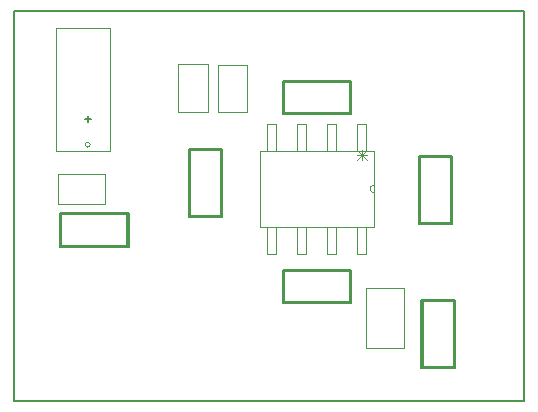
<source format=gtp>
G04*
G04 #@! TF.GenerationSoftware,Altium Limited,Altium Designer,21.0.8 (223)*
G04*
G04 Layer_Color=8421504*
%FSLAX25Y25*%
%MOIN*%
G70*
G04*
G04 #@! TF.SameCoordinates,E7718C12-BC85-45C8-BBF6-CE0E0CA18016*
G04*
G04*
G04 #@! TF.FilePolarity,Positive*
G04*
G01*
G75*
%ADD10C,0.00600*%
%ADD12C,0.00787*%
%ADD14C,0.00300*%
%ADD15C,0.00000*%
%ADD16C,0.00100*%
D10*
X153600Y233900D02*
X155600D01*
X154600Y232900D02*
Y234900D01*
D12*
X130000Y140000D02*
Y270000D01*
Y140000D02*
X300000D01*
Y270000D01*
X130000D02*
X300000D01*
X167784Y191803D02*
Y202197D01*
X145816D02*
X167784D01*
X145816Y191803D02*
Y202197D01*
Y191803D02*
X167784D01*
X275697Y199416D02*
Y221384D01*
X265303Y199416D02*
X275697D01*
X265303D02*
Y221384D01*
X275697D01*
X188703Y223584D02*
X199097D01*
X188703Y201616D02*
Y223584D01*
Y201616D02*
X199097D01*
Y223584D01*
X219916Y172903D02*
Y183297D01*
Y172903D02*
X241884D01*
Y183297D01*
X219916D02*
X241884D01*
X266203Y173284D02*
X276597D01*
X266203Y151316D02*
Y173284D01*
Y151316D02*
X276597D01*
Y173284D01*
X219916Y246397D02*
X241884D01*
Y236003D02*
Y246397D01*
X219916Y236003D02*
X241884D01*
X219916D02*
Y246397D01*
X168178Y191409D02*
Y202591D01*
X145422D02*
X168178D01*
X145422Y191409D02*
Y202591D01*
Y191409D02*
X168178D01*
X276091Y199022D02*
Y221778D01*
X264910Y199022D02*
X276091D01*
X264910D02*
Y221778D01*
X276091D01*
X188309Y223978D02*
X199491D01*
X188309Y201222D02*
Y223978D01*
Y201222D02*
X199491D01*
Y223978D01*
X219522Y172509D02*
Y183691D01*
Y172509D02*
X242278D01*
Y183691D01*
X219522D02*
X242278D01*
X265809Y173678D02*
X276991D01*
X265809Y150922D02*
Y173678D01*
Y150922D02*
X276991D01*
Y173678D01*
X219522Y246791D02*
X242278D01*
Y235610D02*
Y246791D01*
X219522Y235610D02*
X242278D01*
X219522D02*
Y246791D01*
D14*
X247565Y223550D02*
X244233Y220218D01*
Y223550D02*
X247565Y220218D01*
X245899Y223550D02*
Y220218D01*
X244233Y221884D02*
X247565D01*
D15*
X155400Y225400D02*
G03*
X155400Y225400I-800J0D01*
G01*
X249900Y211900D02*
G03*
X249900Y209500I0J-1200D01*
G01*
D16*
X143850Y223400D02*
X161950D01*
X143850D02*
Y264400D01*
X161950D01*
Y223400D02*
Y264400D01*
X184800Y236492D02*
X194600D01*
X184800Y252192D02*
X194600D01*
Y236492D02*
Y252192D01*
X184800Y236492D02*
Y252192D01*
X198000Y236392D02*
X207800D01*
X198000Y252093D02*
X207800D01*
Y236392D02*
Y252093D01*
X198000Y236392D02*
Y252093D01*
X144607Y205800D02*
Y215600D01*
X160308Y205800D02*
Y215600D01*
X144607Y205800D02*
X160308D01*
X144607Y215600D02*
X160308D01*
X211900Y223300D02*
X249900D01*
Y198100D02*
Y223300D01*
X211900Y198100D02*
X249900D01*
X211900D02*
Y223300D01*
X247500Y189100D02*
Y198100D01*
X244300Y189100D02*
X247500D01*
X244300D02*
Y198100D01*
X247500D01*
X237500Y189100D02*
Y198100D01*
X234300Y189100D02*
X237500D01*
X234300D02*
Y198100D01*
X237500D01*
X227500Y189100D02*
Y198100D01*
X224300Y189100D02*
X227500D01*
X224300D02*
Y198100D01*
X227500D01*
X217500Y189100D02*
Y198100D01*
X214300Y189100D02*
X217500D01*
X214300D02*
Y198100D01*
X217500D01*
X214300Y223300D02*
Y232300D01*
X217500D01*
Y223300D02*
Y232300D01*
X214300Y223300D02*
X217500D01*
X224300D02*
Y232300D01*
X227500D01*
Y223300D02*
Y232300D01*
X224300Y223300D02*
X227500D01*
X234300D02*
Y232300D01*
X237500D01*
Y223300D02*
Y232300D01*
X234300Y223300D02*
X237500D01*
X244300D02*
Y232300D01*
X247500D01*
Y223300D02*
Y232300D01*
X244300Y223300D02*
X247500D01*
X247450Y157600D02*
X259950D01*
X247450D02*
Y177600D01*
X259950D01*
Y157600D02*
Y177600D01*
M02*

</source>
